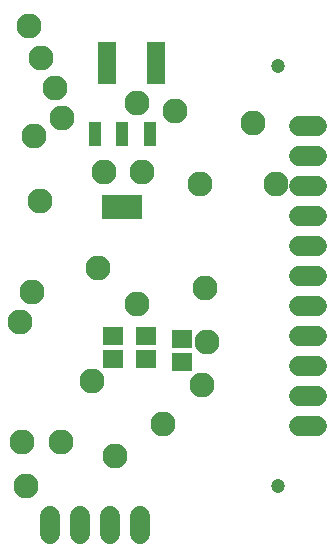
<source format=gbr>
G04 EAGLE Gerber X2 export*
%TF.Part,Single*%
%TF.FileFunction,Soldermask,Bot,1*%
%TF.FilePolarity,Negative*%
%TF.GenerationSoftware,Autodesk,EAGLE,9.7.0*%
%TF.CreationDate,2022-02-15T16:10:41Z*%
G75*
%MOMM*%
%FSLAX34Y34*%
%LPD*%
%INSoldermask Bottom*%
%AMOC8*
5,1,8,0,0,1.08239X$1,22.5*%
G01*
G04 Define Apertures*
%ADD10C,1.203200*%
%ADD11R,1.703200X1.503200*%
%ADD12R,1.101100X2.063500*%
%ADD13R,3.392300X2.063500*%
%ADD14C,1.727200*%
%ADD15R,1.600500X3.618500*%
%ADD16C,2.108200*%
D10*
X251460Y406400D03*
X251460Y50800D03*
D11*
X170180Y155600D03*
X170180Y174600D03*
D12*
X96380Y348250D03*
X119380Y348250D03*
X142380Y348250D03*
D13*
X119380Y286750D03*
D14*
X269240Y355600D02*
X284480Y355600D01*
X284480Y330200D02*
X269240Y330200D01*
X269240Y304800D02*
X284480Y304800D01*
X284480Y279400D02*
X269240Y279400D01*
X269240Y254000D02*
X284480Y254000D01*
X284480Y228600D02*
X269240Y228600D01*
X269240Y203200D02*
X284480Y203200D01*
X284480Y177800D02*
X269240Y177800D01*
X269240Y152400D02*
X284480Y152400D01*
X284480Y127000D02*
X269240Y127000D01*
X269240Y101600D02*
X284480Y101600D01*
X58420Y25400D02*
X58420Y10160D01*
X83820Y10160D02*
X83820Y25400D01*
X109220Y25400D02*
X109220Y10160D01*
X134620Y10160D02*
X134620Y25400D01*
D11*
X139700Y177140D03*
X139700Y158140D03*
X111760Y158140D03*
X111760Y177140D03*
D15*
X147565Y408940D03*
X106435Y408940D03*
D16*
X104140Y316230D03*
X132080Y374650D03*
X249277Y306197D03*
X135890Y316230D03*
X163830Y368300D03*
X38100Y50800D03*
X186690Y135890D03*
X113030Y76200D03*
X40640Y440055D03*
X67310Y87630D03*
X50800Y412750D03*
X44578Y346582D03*
X33020Y189230D03*
X43180Y214630D03*
X49537Y292100D03*
X62230Y387350D03*
X230251Y358140D03*
X190627Y172543D03*
X34290Y87630D03*
X185420Y306070D03*
X189230Y218440D03*
X153670Y102616D03*
X132080Y204470D03*
X93980Y139700D03*
X68580Y361950D03*
X98557Y234950D03*
M02*

</source>
